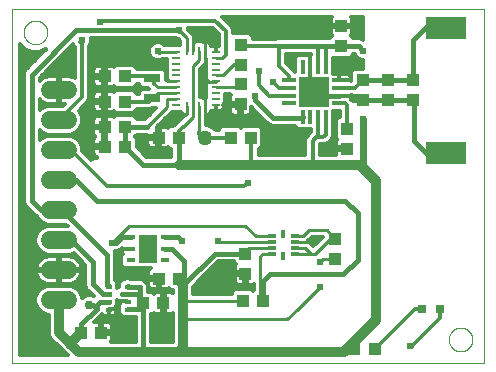
<source format=gtl>
G75*
%MOIN*%
%OFA0B0*%
%FSLAX25Y25*%
%IPPOS*%
%LPD*%
%AMOC8*
5,1,8,0,0,1.08239X$1,22.5*
%
%ADD10C,0.00000*%
%ADD11R,0.02800X0.01600*%
%ADD12R,0.05900X0.09400*%
%ADD13R,0.04331X0.03937*%
%ADD14R,0.03937X0.04331*%
%ADD15R,0.04724X0.01378*%
%ADD16R,0.09843X0.09843*%
%ADD17R,0.01378X0.04724*%
%ADD18R,0.13780X0.07480*%
%ADD19R,0.02657X0.00984*%
%ADD20R,0.00984X0.02657*%
%ADD21R,0.05512X0.02756*%
%ADD22C,0.05000*%
%ADD23C,0.00276*%
%ADD24C,0.03000*%
%ADD25C,0.06000*%
%ADD26R,0.03150X0.03150*%
%ADD27R,0.03150X0.01181*%
%ADD28R,0.01181X0.03150*%
%ADD29C,0.02400*%
%ADD30C,0.01600*%
%ADD31C,0.01200*%
%ADD32C,0.01000*%
%ADD33C,0.00800*%
%ADD34C,0.03200*%
%ADD35C,0.02400*%
D10*
X0001600Y0001600D02*
X0001600Y0119710D01*
X0159080Y0119710D01*
X0159080Y0001600D01*
X0001600Y0001600D01*
X0005537Y0111836D02*
X0005539Y0111961D01*
X0005545Y0112086D01*
X0005555Y0112210D01*
X0005569Y0112334D01*
X0005586Y0112458D01*
X0005608Y0112581D01*
X0005634Y0112703D01*
X0005663Y0112825D01*
X0005696Y0112945D01*
X0005734Y0113064D01*
X0005774Y0113183D01*
X0005819Y0113299D01*
X0005867Y0113414D01*
X0005919Y0113528D01*
X0005975Y0113640D01*
X0006034Y0113750D01*
X0006096Y0113858D01*
X0006162Y0113965D01*
X0006231Y0114069D01*
X0006304Y0114170D01*
X0006379Y0114270D01*
X0006458Y0114367D01*
X0006540Y0114461D01*
X0006625Y0114553D01*
X0006712Y0114642D01*
X0006803Y0114728D01*
X0006896Y0114811D01*
X0006992Y0114892D01*
X0007090Y0114969D01*
X0007190Y0115043D01*
X0007293Y0115114D01*
X0007398Y0115181D01*
X0007506Y0115246D01*
X0007615Y0115306D01*
X0007726Y0115364D01*
X0007839Y0115417D01*
X0007953Y0115467D01*
X0008069Y0115514D01*
X0008186Y0115556D01*
X0008305Y0115595D01*
X0008425Y0115631D01*
X0008546Y0115662D01*
X0008668Y0115690D01*
X0008790Y0115713D01*
X0008914Y0115733D01*
X0009038Y0115749D01*
X0009162Y0115761D01*
X0009287Y0115769D01*
X0009412Y0115773D01*
X0009536Y0115773D01*
X0009661Y0115769D01*
X0009786Y0115761D01*
X0009910Y0115749D01*
X0010034Y0115733D01*
X0010158Y0115713D01*
X0010280Y0115690D01*
X0010402Y0115662D01*
X0010523Y0115631D01*
X0010643Y0115595D01*
X0010762Y0115556D01*
X0010879Y0115514D01*
X0010995Y0115467D01*
X0011109Y0115417D01*
X0011222Y0115364D01*
X0011333Y0115306D01*
X0011443Y0115246D01*
X0011550Y0115181D01*
X0011655Y0115114D01*
X0011758Y0115043D01*
X0011858Y0114969D01*
X0011956Y0114892D01*
X0012052Y0114811D01*
X0012145Y0114728D01*
X0012236Y0114642D01*
X0012323Y0114553D01*
X0012408Y0114461D01*
X0012490Y0114367D01*
X0012569Y0114270D01*
X0012644Y0114170D01*
X0012717Y0114069D01*
X0012786Y0113965D01*
X0012852Y0113858D01*
X0012914Y0113750D01*
X0012973Y0113640D01*
X0013029Y0113528D01*
X0013081Y0113414D01*
X0013129Y0113299D01*
X0013174Y0113183D01*
X0013214Y0113064D01*
X0013252Y0112945D01*
X0013285Y0112825D01*
X0013314Y0112703D01*
X0013340Y0112581D01*
X0013362Y0112458D01*
X0013379Y0112334D01*
X0013393Y0112210D01*
X0013403Y0112086D01*
X0013409Y0111961D01*
X0013411Y0111836D01*
X0013409Y0111711D01*
X0013403Y0111586D01*
X0013393Y0111462D01*
X0013379Y0111338D01*
X0013362Y0111214D01*
X0013340Y0111091D01*
X0013314Y0110969D01*
X0013285Y0110847D01*
X0013252Y0110727D01*
X0013214Y0110608D01*
X0013174Y0110489D01*
X0013129Y0110373D01*
X0013081Y0110258D01*
X0013029Y0110144D01*
X0012973Y0110032D01*
X0012914Y0109922D01*
X0012852Y0109814D01*
X0012786Y0109707D01*
X0012717Y0109603D01*
X0012644Y0109502D01*
X0012569Y0109402D01*
X0012490Y0109305D01*
X0012408Y0109211D01*
X0012323Y0109119D01*
X0012236Y0109030D01*
X0012145Y0108944D01*
X0012052Y0108861D01*
X0011956Y0108780D01*
X0011858Y0108703D01*
X0011758Y0108629D01*
X0011655Y0108558D01*
X0011550Y0108491D01*
X0011442Y0108426D01*
X0011333Y0108366D01*
X0011222Y0108308D01*
X0011109Y0108255D01*
X0010995Y0108205D01*
X0010879Y0108158D01*
X0010762Y0108116D01*
X0010643Y0108077D01*
X0010523Y0108041D01*
X0010402Y0108010D01*
X0010280Y0107982D01*
X0010158Y0107959D01*
X0010034Y0107939D01*
X0009910Y0107923D01*
X0009786Y0107911D01*
X0009661Y0107903D01*
X0009536Y0107899D01*
X0009412Y0107899D01*
X0009287Y0107903D01*
X0009162Y0107911D01*
X0009038Y0107923D01*
X0008914Y0107939D01*
X0008790Y0107959D01*
X0008668Y0107982D01*
X0008546Y0108010D01*
X0008425Y0108041D01*
X0008305Y0108077D01*
X0008186Y0108116D01*
X0008069Y0108158D01*
X0007953Y0108205D01*
X0007839Y0108255D01*
X0007726Y0108308D01*
X0007615Y0108366D01*
X0007505Y0108426D01*
X0007398Y0108491D01*
X0007293Y0108558D01*
X0007190Y0108629D01*
X0007090Y0108703D01*
X0006992Y0108780D01*
X0006896Y0108861D01*
X0006803Y0108944D01*
X0006712Y0109030D01*
X0006625Y0109119D01*
X0006540Y0109211D01*
X0006458Y0109305D01*
X0006379Y0109402D01*
X0006304Y0109502D01*
X0006231Y0109603D01*
X0006162Y0109707D01*
X0006096Y0109814D01*
X0006034Y0109922D01*
X0005975Y0110032D01*
X0005919Y0110144D01*
X0005867Y0110258D01*
X0005819Y0110373D01*
X0005774Y0110489D01*
X0005734Y0110608D01*
X0005696Y0110727D01*
X0005663Y0110847D01*
X0005634Y0110969D01*
X0005608Y0111091D01*
X0005586Y0111214D01*
X0005569Y0111338D01*
X0005555Y0111462D01*
X0005545Y0111586D01*
X0005539Y0111711D01*
X0005537Y0111836D01*
X0147269Y0009474D02*
X0147271Y0009599D01*
X0147277Y0009724D01*
X0147287Y0009848D01*
X0147301Y0009972D01*
X0147318Y0010096D01*
X0147340Y0010219D01*
X0147366Y0010341D01*
X0147395Y0010463D01*
X0147428Y0010583D01*
X0147466Y0010702D01*
X0147506Y0010821D01*
X0147551Y0010937D01*
X0147599Y0011052D01*
X0147651Y0011166D01*
X0147707Y0011278D01*
X0147766Y0011388D01*
X0147828Y0011496D01*
X0147894Y0011603D01*
X0147963Y0011707D01*
X0148036Y0011808D01*
X0148111Y0011908D01*
X0148190Y0012005D01*
X0148272Y0012099D01*
X0148357Y0012191D01*
X0148444Y0012280D01*
X0148535Y0012366D01*
X0148628Y0012449D01*
X0148724Y0012530D01*
X0148822Y0012607D01*
X0148922Y0012681D01*
X0149025Y0012752D01*
X0149130Y0012819D01*
X0149238Y0012884D01*
X0149347Y0012944D01*
X0149458Y0013002D01*
X0149571Y0013055D01*
X0149685Y0013105D01*
X0149801Y0013152D01*
X0149918Y0013194D01*
X0150037Y0013233D01*
X0150157Y0013269D01*
X0150278Y0013300D01*
X0150400Y0013328D01*
X0150522Y0013351D01*
X0150646Y0013371D01*
X0150770Y0013387D01*
X0150894Y0013399D01*
X0151019Y0013407D01*
X0151144Y0013411D01*
X0151268Y0013411D01*
X0151393Y0013407D01*
X0151518Y0013399D01*
X0151642Y0013387D01*
X0151766Y0013371D01*
X0151890Y0013351D01*
X0152012Y0013328D01*
X0152134Y0013300D01*
X0152255Y0013269D01*
X0152375Y0013233D01*
X0152494Y0013194D01*
X0152611Y0013152D01*
X0152727Y0013105D01*
X0152841Y0013055D01*
X0152954Y0013002D01*
X0153065Y0012944D01*
X0153175Y0012884D01*
X0153282Y0012819D01*
X0153387Y0012752D01*
X0153490Y0012681D01*
X0153590Y0012607D01*
X0153688Y0012530D01*
X0153784Y0012449D01*
X0153877Y0012366D01*
X0153968Y0012280D01*
X0154055Y0012191D01*
X0154140Y0012099D01*
X0154222Y0012005D01*
X0154301Y0011908D01*
X0154376Y0011808D01*
X0154449Y0011707D01*
X0154518Y0011603D01*
X0154584Y0011496D01*
X0154646Y0011388D01*
X0154705Y0011278D01*
X0154761Y0011166D01*
X0154813Y0011052D01*
X0154861Y0010937D01*
X0154906Y0010821D01*
X0154946Y0010702D01*
X0154984Y0010583D01*
X0155017Y0010463D01*
X0155046Y0010341D01*
X0155072Y0010219D01*
X0155094Y0010096D01*
X0155111Y0009972D01*
X0155125Y0009848D01*
X0155135Y0009724D01*
X0155141Y0009599D01*
X0155143Y0009474D01*
X0155141Y0009349D01*
X0155135Y0009224D01*
X0155125Y0009100D01*
X0155111Y0008976D01*
X0155094Y0008852D01*
X0155072Y0008729D01*
X0155046Y0008607D01*
X0155017Y0008485D01*
X0154984Y0008365D01*
X0154946Y0008246D01*
X0154906Y0008127D01*
X0154861Y0008011D01*
X0154813Y0007896D01*
X0154761Y0007782D01*
X0154705Y0007670D01*
X0154646Y0007560D01*
X0154584Y0007452D01*
X0154518Y0007345D01*
X0154449Y0007241D01*
X0154376Y0007140D01*
X0154301Y0007040D01*
X0154222Y0006943D01*
X0154140Y0006849D01*
X0154055Y0006757D01*
X0153968Y0006668D01*
X0153877Y0006582D01*
X0153784Y0006499D01*
X0153688Y0006418D01*
X0153590Y0006341D01*
X0153490Y0006267D01*
X0153387Y0006196D01*
X0153282Y0006129D01*
X0153174Y0006064D01*
X0153065Y0006004D01*
X0152954Y0005946D01*
X0152841Y0005893D01*
X0152727Y0005843D01*
X0152611Y0005796D01*
X0152494Y0005754D01*
X0152375Y0005715D01*
X0152255Y0005679D01*
X0152134Y0005648D01*
X0152012Y0005620D01*
X0151890Y0005597D01*
X0151766Y0005577D01*
X0151642Y0005561D01*
X0151518Y0005549D01*
X0151393Y0005541D01*
X0151268Y0005537D01*
X0151144Y0005537D01*
X0151019Y0005541D01*
X0150894Y0005549D01*
X0150770Y0005561D01*
X0150646Y0005577D01*
X0150522Y0005597D01*
X0150400Y0005620D01*
X0150278Y0005648D01*
X0150157Y0005679D01*
X0150037Y0005715D01*
X0149918Y0005754D01*
X0149801Y0005796D01*
X0149685Y0005843D01*
X0149571Y0005893D01*
X0149458Y0005946D01*
X0149347Y0006004D01*
X0149237Y0006064D01*
X0149130Y0006129D01*
X0149025Y0006196D01*
X0148922Y0006267D01*
X0148822Y0006341D01*
X0148724Y0006418D01*
X0148628Y0006499D01*
X0148535Y0006582D01*
X0148444Y0006668D01*
X0148357Y0006757D01*
X0148272Y0006849D01*
X0148190Y0006943D01*
X0148111Y0007040D01*
X0148036Y0007140D01*
X0147963Y0007241D01*
X0147894Y0007345D01*
X0147828Y0007452D01*
X0147766Y0007560D01*
X0147707Y0007670D01*
X0147651Y0007782D01*
X0147599Y0007896D01*
X0147551Y0008011D01*
X0147506Y0008127D01*
X0147466Y0008246D01*
X0147428Y0008365D01*
X0147395Y0008485D01*
X0147366Y0008607D01*
X0147340Y0008729D01*
X0147318Y0008852D01*
X0147301Y0008976D01*
X0147287Y0009100D01*
X0147277Y0009224D01*
X0147271Y0009349D01*
X0147269Y0009474D01*
D11*
X0052674Y0035889D03*
X0052674Y0039789D03*
X0052674Y0043689D03*
X0041274Y0043689D03*
X0041274Y0039789D03*
X0041274Y0035889D03*
D12*
X0046974Y0039789D03*
D13*
X0050728Y0029789D03*
X0057420Y0029789D03*
X0052120Y0021589D03*
X0045428Y0021589D03*
X0031320Y0011789D03*
X0024628Y0011789D03*
X0032528Y0073789D03*
X0039220Y0073789D03*
X0039220Y0080389D03*
X0032528Y0080389D03*
X0032528Y0088789D03*
X0039220Y0088789D03*
X0039220Y0097189D03*
X0032528Y0097189D03*
X0050528Y0076789D03*
X0057220Y0076789D03*
X0077874Y0101043D03*
X0077874Y0107735D03*
X0118674Y0095924D03*
X0118674Y0089231D03*
X0109474Y0043135D03*
X0109474Y0036443D03*
D14*
X0085320Y0022289D03*
X0078628Y0022289D03*
X0079474Y0031443D03*
X0079474Y0038135D03*
X0115813Y0006305D03*
X0122506Y0006305D03*
X0113348Y0073106D03*
X0113348Y0079798D03*
X0127074Y0089231D03*
X0135474Y0089231D03*
X0135474Y0095924D03*
X0127074Y0095924D03*
X0111474Y0107231D03*
X0111474Y0113924D03*
X0077874Y0094535D03*
X0077874Y0087843D03*
X0074528Y0076789D03*
X0081220Y0076789D03*
D15*
X0094101Y0088172D03*
X0094101Y0090731D03*
X0094101Y0093291D03*
X0094101Y0095850D03*
X0110636Y0095850D03*
X0110636Y0093291D03*
X0110636Y0090731D03*
X0110636Y0088172D03*
D16*
X0102369Y0092011D03*
D17*
X0103648Y0083743D03*
X0101089Y0083743D03*
X0098530Y0083743D03*
X0106207Y0083743D03*
X0106207Y0100279D03*
X0103648Y0100279D03*
X0101089Y0100279D03*
X0098530Y0100279D03*
D18*
X0146471Y0113444D03*
X0146471Y0071712D03*
D19*
X0069538Y0087639D03*
X0069538Y0089608D03*
X0069538Y0091576D03*
X0069538Y0093545D03*
X0069538Y0095513D03*
X0069538Y0097482D03*
X0069538Y0099450D03*
X0069538Y0101419D03*
X0069538Y0103387D03*
X0069538Y0105356D03*
X0056437Y0105356D03*
X0056437Y0103387D03*
X0056437Y0101419D03*
X0056437Y0099450D03*
X0056437Y0097482D03*
X0056437Y0095513D03*
X0056437Y0093545D03*
X0056437Y0091576D03*
X0056437Y0089608D03*
X0056437Y0087639D03*
D20*
X0060030Y0087196D03*
X0061998Y0087196D03*
X0063967Y0087196D03*
X0065935Y0087196D03*
X0065935Y0105799D03*
X0063967Y0105799D03*
X0061998Y0105799D03*
X0060030Y0105799D03*
D21*
X0048417Y0096518D03*
X0048417Y0089825D03*
D22*
X0065874Y0076789D03*
D23*
X0041070Y0027779D02*
X0039378Y0027779D01*
X0041070Y0027779D02*
X0041070Y0026677D01*
X0039378Y0026677D01*
X0039378Y0027779D01*
X0039378Y0026952D02*
X0041070Y0026952D01*
X0041070Y0027227D02*
X0039378Y0027227D01*
X0039378Y0027502D02*
X0041070Y0027502D01*
X0041070Y0027777D02*
X0039378Y0027777D01*
X0039378Y0025220D02*
X0041070Y0025220D01*
X0041070Y0024118D01*
X0039378Y0024118D01*
X0039378Y0025220D01*
X0039378Y0024393D02*
X0041070Y0024393D01*
X0041070Y0024668D02*
X0039378Y0024668D01*
X0039378Y0024943D02*
X0041070Y0024943D01*
X0041070Y0025218D02*
X0039378Y0025218D01*
X0039378Y0022660D02*
X0041070Y0022660D01*
X0041070Y0021558D01*
X0039378Y0021558D01*
X0039378Y0022660D01*
X0039378Y0021833D02*
X0041070Y0021833D01*
X0041070Y0022108D02*
X0039378Y0022108D01*
X0039378Y0022383D02*
X0041070Y0022383D01*
X0041070Y0022658D02*
X0039378Y0022658D01*
X0039378Y0020101D02*
X0041070Y0020101D01*
X0041070Y0018999D01*
X0039378Y0018999D01*
X0039378Y0020101D01*
X0039378Y0019274D02*
X0041070Y0019274D01*
X0041070Y0019549D02*
X0039378Y0019549D01*
X0039378Y0019824D02*
X0041070Y0019824D01*
X0041070Y0020099D02*
X0039378Y0020099D01*
X0034770Y0020101D02*
X0033078Y0020101D01*
X0034770Y0020101D02*
X0034770Y0018999D01*
X0033078Y0018999D01*
X0033078Y0020101D01*
X0033078Y0019274D02*
X0034770Y0019274D01*
X0034770Y0019549D02*
X0033078Y0019549D01*
X0033078Y0019824D02*
X0034770Y0019824D01*
X0034770Y0020099D02*
X0033078Y0020099D01*
X0033078Y0022660D02*
X0034770Y0022660D01*
X0034770Y0021558D01*
X0033078Y0021558D01*
X0033078Y0022660D01*
X0033078Y0021833D02*
X0034770Y0021833D01*
X0034770Y0022108D02*
X0033078Y0022108D01*
X0033078Y0022383D02*
X0034770Y0022383D01*
X0034770Y0022658D02*
X0033078Y0022658D01*
X0033078Y0025220D02*
X0034770Y0025220D01*
X0034770Y0024118D01*
X0033078Y0024118D01*
X0033078Y0025220D01*
X0033078Y0024393D02*
X0034770Y0024393D01*
X0034770Y0024668D02*
X0033078Y0024668D01*
X0033078Y0024943D02*
X0034770Y0024943D01*
X0034770Y0025218D02*
X0033078Y0025218D01*
X0033078Y0027779D02*
X0034770Y0027779D01*
X0034770Y0026677D01*
X0033078Y0026677D01*
X0033078Y0027779D01*
X0033078Y0026952D02*
X0034770Y0026952D01*
X0034770Y0027227D02*
X0033078Y0027227D01*
X0033078Y0027502D02*
X0034770Y0027502D01*
X0034770Y0027777D02*
X0033078Y0027777D01*
D24*
X0027474Y0020989D03*
D25*
X0020274Y0022589D02*
X0014274Y0022589D01*
X0014274Y0032589D02*
X0020274Y0032589D01*
X0020274Y0042589D02*
X0014274Y0042589D01*
X0014274Y0052589D02*
X0020274Y0052589D01*
X0020274Y0062589D02*
X0014274Y0062589D01*
X0014274Y0072589D02*
X0020274Y0072589D01*
X0020274Y0082589D02*
X0014274Y0082589D01*
X0014274Y0092589D02*
X0020274Y0092589D01*
D26*
X0138421Y0019789D03*
X0144327Y0019789D03*
D27*
X0095891Y0038017D03*
X0095891Y0039986D03*
X0095891Y0041954D03*
X0095891Y0043923D03*
X0088411Y0043923D03*
X0088411Y0041954D03*
X0088411Y0039986D03*
X0088411Y0038017D03*
D28*
X0092151Y0037230D03*
X0092151Y0044710D03*
D29*
X0101974Y0042289D03*
X0104274Y0035389D03*
X0104274Y0026989D03*
X0073074Y0025789D03*
X0065874Y0025789D03*
X0073074Y0031789D03*
X0070174Y0042289D03*
X0058474Y0042289D03*
X0044674Y0030889D03*
X0037474Y0030889D03*
X0035024Y0041739D03*
X0041474Y0015889D03*
X0036674Y0011089D03*
X0053474Y0015889D03*
X0007874Y0013489D03*
X0007874Y0007489D03*
X0080274Y0061789D03*
X0089474Y0074789D03*
X0096974Y0074789D03*
X0106974Y0072989D03*
X0118674Y0082978D03*
X0112174Y0101478D03*
X0118674Y0105778D03*
X0116974Y0114789D03*
X0099474Y0114789D03*
X0089474Y0114789D03*
X0079474Y0114789D03*
X0068674Y0109389D03*
X0057474Y0112489D03*
X0050274Y0105589D03*
X0039974Y0106689D03*
X0031574Y0106689D03*
X0025074Y0109189D03*
X0020374Y0104889D03*
X0006674Y0102289D03*
X0028074Y0092889D03*
X0028074Y0084589D03*
X0028174Y0076689D03*
X0045474Y0076689D03*
X0043674Y0093589D03*
X0065274Y0095389D03*
X0082674Y0090589D03*
X0088674Y0095389D03*
X0083874Y0098989D03*
X0094374Y0103278D03*
X0031074Y0115189D03*
X0134374Y0007289D03*
D30*
X0134827Y0007289D01*
X0115813Y0006305D02*
X0114897Y0005389D01*
X0111974Y0005389D01*
X0085320Y0022289D02*
X0085320Y0028982D01*
X0087528Y0031189D01*
X0112074Y0031189D01*
X0116874Y0035989D01*
X0116874Y0051589D01*
X0112674Y0055789D01*
X0099474Y0055789D01*
X0074274Y0055789D01*
X0070074Y0055789D01*
X0069474Y0055789D01*
X0040474Y0055789D01*
X0029874Y0055789D01*
X0022882Y0062781D01*
X0017466Y0062781D01*
X0017439Y0062779D01*
X0017412Y0062773D01*
X0017386Y0062764D01*
X0017362Y0062751D01*
X0017340Y0062734D01*
X0017321Y0062715D01*
X0017304Y0062693D01*
X0017291Y0062669D01*
X0017282Y0062643D01*
X0017276Y0062616D01*
X0017274Y0062589D01*
X0008274Y0055789D02*
X0008274Y0097789D01*
X0022974Y0112489D01*
X0057474Y0112489D01*
X0057174Y0112189D01*
X0050507Y0105356D02*
X0050274Y0105589D01*
X0082674Y0090589D02*
X0082674Y0089389D01*
X0088674Y0083389D01*
X0098176Y0083389D01*
X0098530Y0083743D01*
X0104274Y0090589D02*
X0102852Y0092011D01*
X0102369Y0092011D01*
X0104274Y0090589D02*
X0110494Y0090589D01*
X0110636Y0090731D01*
X0118674Y0089231D02*
X0127074Y0089231D01*
X0135474Y0089231D01*
X0135574Y0089131D01*
X0135574Y0075678D01*
X0139540Y0071712D01*
X0146471Y0071712D01*
X0135474Y0089231D02*
X0127074Y0089231D01*
X0127074Y0095924D02*
X0118674Y0095924D01*
X0127074Y0095924D02*
X0135474Y0095924D01*
X0135474Y0109378D01*
X0141474Y0115378D01*
X0144537Y0115378D01*
X0146471Y0113444D01*
X0135474Y0095924D02*
X0127074Y0095924D01*
X0118674Y0105778D02*
X0117220Y0107231D01*
X0111474Y0107231D01*
X0111317Y0107389D01*
X0106674Y0107389D01*
X0103648Y0107389D01*
X0090574Y0107389D01*
X0057220Y0076789D02*
X0057220Y0067743D01*
X0057474Y0067489D01*
X0057474Y0067789D01*
X0045474Y0067789D01*
X0043074Y0069935D01*
X0039220Y0073789D01*
X0039220Y0080389D01*
X0046674Y0080389D01*
X0039220Y0073789D02*
X0038874Y0073443D01*
X0021282Y0072781D02*
X0021090Y0072589D01*
X0017274Y0072589D01*
X0008274Y0055789D02*
X0011282Y0052781D01*
X0017082Y0052781D01*
X0017109Y0052779D01*
X0017136Y0052773D01*
X0017162Y0052764D01*
X0017186Y0052751D01*
X0017208Y0052734D01*
X0017227Y0052715D01*
X0017244Y0052693D01*
X0017257Y0052669D01*
X0017266Y0052643D01*
X0017272Y0052616D01*
X0017274Y0052589D01*
X0018482Y0052781D02*
X0033474Y0037789D01*
X0033474Y0030889D01*
X0033474Y0027678D01*
X0033924Y0027228D01*
X0033924Y0024669D02*
X0031898Y0024669D01*
X0028674Y0027892D01*
X0028674Y0035389D01*
X0021282Y0042781D01*
X0035024Y0041739D02*
X0036424Y0041739D01*
X0038374Y0043689D01*
X0041274Y0043689D01*
X0052674Y0043689D02*
X0057074Y0043689D01*
X0058474Y0042289D01*
X0054871Y0039789D02*
X0052674Y0039789D01*
X0054871Y0039789D02*
X0059113Y0035547D01*
X0059113Y0027874D01*
X0069374Y0038135D01*
X0079474Y0038135D01*
X0059113Y0027874D02*
X0058628Y0027389D01*
X0044274Y0026989D02*
X0044274Y0024589D01*
X0044194Y0024669D01*
X0040224Y0024669D01*
X0038354Y0024669D01*
X0040462Y0026989D02*
X0044274Y0026989D01*
X0044274Y0024589D02*
X0044274Y0022743D01*
X0045428Y0021589D01*
X0045428Y0019550D01*
X0040224Y0019550D01*
X0045428Y0021589D02*
X0045474Y0021543D01*
X0045474Y0016189D01*
X0045474Y0013789D01*
X0045474Y0005389D01*
X0029874Y0019789D02*
X0024628Y0014543D01*
X0024628Y0011789D01*
X0029874Y0019789D02*
X0028674Y0020989D01*
X0027474Y0020989D01*
X0029874Y0020989D02*
X0029874Y0019789D01*
X0029874Y0020989D02*
X0030994Y0022109D01*
X0033924Y0022109D01*
X0040224Y0027228D02*
X0040462Y0026989D01*
D31*
X0041009Y0029717D02*
X0040741Y0029828D01*
X0039706Y0029828D01*
X0039438Y0029717D01*
X0038574Y0029717D01*
X0037439Y0028581D01*
X0037439Y0027104D01*
X0036881Y0026873D01*
X0036709Y0026701D01*
X0036709Y0028581D01*
X0036074Y0029216D01*
X0036074Y0038306D01*
X0035855Y0038836D01*
X0036586Y0039139D01*
X0036941Y0039139D01*
X0037897Y0039535D01*
X0038274Y0039912D01*
X0038274Y0039789D01*
X0041274Y0039789D01*
X0041274Y0039789D01*
X0038274Y0039789D01*
X0038274Y0038778D01*
X0038383Y0038371D01*
X0038594Y0038007D01*
X0038620Y0037980D01*
X0038074Y0037435D01*
X0038074Y0034343D01*
X0039128Y0033289D01*
X0048096Y0033289D01*
X0047945Y0033248D01*
X0047580Y0033038D01*
X0047282Y0032740D01*
X0047071Y0032375D01*
X0046962Y0031968D01*
X0046962Y0030173D01*
X0050343Y0030173D01*
X0050343Y0029405D01*
X0046962Y0029405D01*
X0046962Y0027610D01*
X0047071Y0027203D01*
X0047282Y0026838D01*
X0047580Y0026540D01*
X0047945Y0026330D01*
X0048352Y0026220D01*
X0050343Y0026220D01*
X0050343Y0029405D01*
X0051112Y0029405D01*
X0051112Y0026220D01*
X0053104Y0026220D01*
X0053510Y0026330D01*
X0053875Y0026540D01*
X0053933Y0026597D01*
X0054510Y0026020D01*
X0055228Y0026020D01*
X0055228Y0024861D01*
X0054903Y0025048D01*
X0054496Y0025157D01*
X0052505Y0025157D01*
X0052505Y0021973D01*
X0051736Y0021973D01*
X0051736Y0025157D01*
X0049744Y0025157D01*
X0049338Y0025048D01*
X0048973Y0024838D01*
X0048915Y0024781D01*
X0048338Y0025357D01*
X0046874Y0025357D01*
X0046874Y0027506D01*
X0046478Y0028462D01*
X0045747Y0029193D01*
X0044791Y0029589D01*
X0042000Y0029589D01*
X0041873Y0029717D01*
X0041009Y0029717D01*
X0038198Y0029340D02*
X0036074Y0029340D01*
X0036074Y0030538D02*
X0046962Y0030538D01*
X0046962Y0029340D02*
X0045393Y0029340D01*
X0046611Y0028141D02*
X0046962Y0028141D01*
X0046874Y0026943D02*
X0047221Y0026943D01*
X0046874Y0025744D02*
X0055228Y0025744D01*
X0052505Y0024546D02*
X0051736Y0024546D01*
X0051736Y0023347D02*
X0052505Y0023347D01*
X0052505Y0022149D02*
X0051736Y0022149D01*
X0051736Y0021205D02*
X0052505Y0021205D01*
X0052505Y0018020D01*
X0054496Y0018020D01*
X0054903Y0018130D01*
X0055228Y0018317D01*
X0055228Y0008789D01*
X0048074Y0008789D01*
X0048074Y0017820D01*
X0048338Y0017820D01*
X0048915Y0018397D01*
X0048973Y0018340D01*
X0049338Y0018130D01*
X0049744Y0018020D01*
X0051736Y0018020D01*
X0051736Y0021205D01*
X0051736Y0020950D02*
X0052505Y0020950D01*
X0052505Y0019752D02*
X0051736Y0019752D01*
X0051736Y0018553D02*
X0052505Y0018553D01*
X0055228Y0017355D02*
X0048074Y0017355D01*
X0048074Y0016156D02*
X0055228Y0016156D01*
X0055228Y0014958D02*
X0048074Y0014958D01*
X0048074Y0013759D02*
X0055228Y0013759D01*
X0055228Y0012561D02*
X0048074Y0012561D01*
X0048074Y0011362D02*
X0055228Y0011362D01*
X0055228Y0010164D02*
X0048074Y0010164D01*
X0048074Y0008965D02*
X0055228Y0008965D01*
X0042874Y0008965D02*
X0034840Y0008965D01*
X0034766Y0008838D02*
X0034977Y0009203D01*
X0035086Y0009610D01*
X0035086Y0011405D01*
X0031705Y0011405D01*
X0031705Y0012173D01*
X0035086Y0012173D01*
X0035086Y0013968D01*
X0034977Y0014375D01*
X0034766Y0014740D01*
X0034468Y0015038D01*
X0034103Y0015248D01*
X0033696Y0015357D01*
X0031705Y0015357D01*
X0031705Y0012173D01*
X0030936Y0012173D01*
X0030936Y0015357D01*
X0029119Y0015357D01*
X0031691Y0017929D01*
X0032011Y0017609D01*
X0032407Y0017380D01*
X0032849Y0017261D01*
X0033924Y0017261D01*
X0033924Y0019509D01*
X0033924Y0019509D01*
X0033924Y0017261D01*
X0035000Y0017261D01*
X0035442Y0017380D01*
X0035838Y0017609D01*
X0036161Y0017932D01*
X0036390Y0018328D01*
X0036509Y0018770D01*
X0036509Y0019550D01*
X0034540Y0019550D01*
X0034541Y0019550D01*
X0036509Y0019550D01*
X0036509Y0020330D01*
X0036461Y0020508D01*
X0036709Y0020756D01*
X0036709Y0022636D01*
X0036881Y0022464D01*
X0037639Y0022150D01*
X0037639Y0022109D01*
X0037639Y0021329D01*
X0037687Y0021152D01*
X0037439Y0020904D01*
X0037439Y0018197D01*
X0038574Y0017061D01*
X0039438Y0017061D01*
X0039706Y0016950D01*
X0042874Y0016950D01*
X0042874Y0008789D01*
X0034717Y0008789D01*
X0034766Y0008838D01*
X0035086Y0010164D02*
X0042874Y0010164D01*
X0042874Y0011362D02*
X0035086Y0011362D01*
X0035086Y0012561D02*
X0042874Y0012561D01*
X0042874Y0013759D02*
X0035086Y0013759D01*
X0034548Y0014958D02*
X0042874Y0014958D01*
X0042874Y0016156D02*
X0029918Y0016156D01*
X0030936Y0014958D02*
X0031705Y0014958D01*
X0031705Y0013759D02*
X0030936Y0013759D01*
X0030936Y0012561D02*
X0031705Y0012561D01*
X0031117Y0017355D02*
X0032501Y0017355D01*
X0033924Y0017355D02*
X0033924Y0017355D01*
X0033924Y0018553D02*
X0033924Y0018553D01*
X0035348Y0017355D02*
X0038281Y0017355D01*
X0037439Y0018553D02*
X0036450Y0018553D01*
X0036509Y0019752D02*
X0037439Y0019752D01*
X0037485Y0020950D02*
X0036709Y0020950D01*
X0036709Y0022149D02*
X0037639Y0022149D01*
X0037639Y0022109D02*
X0037737Y0022109D01*
X0037738Y0022109D01*
X0037639Y0022109D01*
X0037074Y0022189D02*
X0040144Y0022189D01*
X0040224Y0022109D01*
X0037050Y0026943D02*
X0036709Y0026943D01*
X0036709Y0028141D02*
X0037439Y0028141D01*
X0036074Y0031737D02*
X0046962Y0031737D01*
X0047477Y0032935D02*
X0036074Y0032935D01*
X0036074Y0034134D02*
X0038284Y0034134D01*
X0038074Y0035332D02*
X0036074Y0035332D01*
X0036074Y0036531D02*
X0038074Y0036531D01*
X0038369Y0037729D02*
X0036074Y0037729D01*
X0036077Y0038928D02*
X0038274Y0038928D01*
X0026074Y0034312D02*
X0026074Y0027375D01*
X0026470Y0026419D01*
X0028932Y0023957D01*
X0028130Y0024289D01*
X0026818Y0024289D01*
X0025605Y0023787D01*
X0025074Y0023256D01*
X0025074Y0023544D01*
X0024343Y0025308D01*
X0022993Y0026658D01*
X0021229Y0027389D01*
X0013319Y0027389D01*
X0011555Y0026658D01*
X0010205Y0025308D01*
X0009474Y0023544D01*
X0009474Y0021634D01*
X0010205Y0019870D01*
X0011555Y0018520D01*
X0013319Y0017789D01*
X0013948Y0017789D01*
X0013948Y0011239D01*
X0014466Y0009989D01*
X0015422Y0009033D01*
X0019548Y0004907D01*
X0020255Y0004200D01*
X0004200Y0004200D01*
X0004200Y0107866D01*
X0005771Y0106294D01*
X0008174Y0105299D01*
X0010774Y0105299D01*
X0013050Y0106242D01*
X0006070Y0099262D01*
X0005674Y0098306D01*
X0005674Y0097272D01*
X0005674Y0056306D01*
X0005674Y0055272D01*
X0006070Y0054316D01*
X0009078Y0051308D01*
X0009809Y0050577D01*
X0009933Y0050526D01*
X0010205Y0049870D01*
X0011555Y0048520D01*
X0013319Y0047789D01*
X0019797Y0047789D01*
X0020197Y0047389D01*
X0013319Y0047389D01*
X0011555Y0046658D01*
X0010205Y0045308D01*
X0009474Y0043544D01*
X0009474Y0041634D01*
X0010205Y0039870D01*
X0011555Y0038520D01*
X0013319Y0037789D01*
X0021229Y0037789D01*
X0022196Y0038190D01*
X0026074Y0034312D01*
X0026074Y0034134D02*
X0024609Y0034134D01*
X0024537Y0034355D02*
X0024208Y0035000D01*
X0023783Y0035586D01*
X0023271Y0036098D01*
X0022685Y0036523D01*
X0022040Y0036852D01*
X0021351Y0037076D01*
X0020636Y0037189D01*
X0017674Y0037189D01*
X0017674Y0032989D01*
X0016874Y0032989D01*
X0016874Y0037189D01*
X0013912Y0037189D01*
X0013197Y0037076D01*
X0012508Y0036852D01*
X0011863Y0036523D01*
X0011277Y0036098D01*
X0010765Y0035586D01*
X0010340Y0035000D01*
X0010011Y0034355D01*
X0009787Y0033666D01*
X0009680Y0032989D01*
X0016874Y0032989D01*
X0016874Y0032189D01*
X0009680Y0032189D01*
X0009787Y0031512D01*
X0010011Y0030823D01*
X0010340Y0030178D01*
X0010765Y0029592D01*
X0011277Y0029080D01*
X0011863Y0028655D01*
X0012508Y0028326D01*
X0013197Y0028102D01*
X0013912Y0027989D01*
X0016874Y0027989D01*
X0016874Y0032189D01*
X0017674Y0032189D01*
X0017674Y0032989D01*
X0024868Y0032989D01*
X0024761Y0033666D01*
X0024537Y0034355D01*
X0025054Y0035332D02*
X0023967Y0035332D01*
X0023855Y0036531D02*
X0022670Y0036531D01*
X0022657Y0037729D02*
X0004200Y0037729D01*
X0004200Y0036531D02*
X0011878Y0036531D01*
X0010581Y0035332D02*
X0004200Y0035332D01*
X0004200Y0034134D02*
X0009939Y0034134D01*
X0009752Y0031737D02*
X0004200Y0031737D01*
X0004200Y0032935D02*
X0016874Y0032935D01*
X0017674Y0032935D02*
X0026074Y0032935D01*
X0026074Y0031737D02*
X0024796Y0031737D01*
X0024761Y0031512D02*
X0024868Y0032189D01*
X0017674Y0032189D01*
X0017674Y0027989D01*
X0020636Y0027989D01*
X0021351Y0028102D01*
X0022040Y0028326D01*
X0022685Y0028655D01*
X0023271Y0029080D01*
X0023783Y0029592D01*
X0024208Y0030178D01*
X0024537Y0030823D01*
X0024761Y0031512D01*
X0024392Y0030538D02*
X0026074Y0030538D01*
X0026074Y0029340D02*
X0023530Y0029340D01*
X0021472Y0028141D02*
X0026074Y0028141D01*
X0026253Y0026943D02*
X0022306Y0026943D01*
X0023907Y0025744D02*
X0027145Y0025744D01*
X0028343Y0024546D02*
X0024659Y0024546D01*
X0025074Y0023347D02*
X0025165Y0023347D01*
X0017674Y0028141D02*
X0016874Y0028141D01*
X0016874Y0029340D02*
X0017674Y0029340D01*
X0017674Y0030538D02*
X0016874Y0030538D01*
X0016874Y0031737D02*
X0017674Y0031737D01*
X0017674Y0034134D02*
X0016874Y0034134D01*
X0016874Y0035332D02*
X0017674Y0035332D01*
X0017674Y0036531D02*
X0016874Y0036531D01*
X0011147Y0038928D02*
X0004200Y0038928D01*
X0004200Y0040126D02*
X0010099Y0040126D01*
X0009602Y0041325D02*
X0004200Y0041325D01*
X0004200Y0042523D02*
X0009474Y0042523D01*
X0009548Y0043722D02*
X0004200Y0043722D01*
X0004200Y0044920D02*
X0010044Y0044920D01*
X0011016Y0046119D02*
X0004200Y0046119D01*
X0004200Y0047318D02*
X0013147Y0047318D01*
X0011564Y0048516D02*
X0004200Y0048516D01*
X0004200Y0049715D02*
X0010360Y0049715D01*
X0009473Y0050913D02*
X0004200Y0050913D01*
X0004200Y0052112D02*
X0008274Y0052112D01*
X0009078Y0051308D02*
X0009078Y0051308D01*
X0007076Y0053310D02*
X0004200Y0053310D01*
X0004200Y0054509D02*
X0005990Y0054509D01*
X0005674Y0055707D02*
X0004200Y0055707D01*
X0004200Y0056906D02*
X0005674Y0056906D01*
X0005674Y0058104D02*
X0004200Y0058104D01*
X0004200Y0059303D02*
X0005674Y0059303D01*
X0005674Y0060501D02*
X0004200Y0060501D01*
X0004200Y0061700D02*
X0005674Y0061700D01*
X0005674Y0062898D02*
X0004200Y0062898D01*
X0004200Y0064097D02*
X0005674Y0064097D01*
X0005674Y0065295D02*
X0004200Y0065295D01*
X0004200Y0066494D02*
X0005674Y0066494D01*
X0005674Y0067692D02*
X0004200Y0067692D01*
X0004200Y0068891D02*
X0005674Y0068891D01*
X0005674Y0070089D02*
X0004200Y0070089D01*
X0004200Y0071288D02*
X0005674Y0071288D01*
X0005674Y0072486D02*
X0004200Y0072486D01*
X0004200Y0073685D02*
X0005674Y0073685D01*
X0005674Y0074883D02*
X0004200Y0074883D01*
X0004200Y0076082D02*
X0005674Y0076082D01*
X0005674Y0077280D02*
X0004200Y0077280D01*
X0004200Y0078479D02*
X0005674Y0078479D01*
X0005674Y0079677D02*
X0004200Y0079677D01*
X0004200Y0080876D02*
X0005674Y0080876D01*
X0005674Y0082074D02*
X0004200Y0082074D01*
X0004200Y0083273D02*
X0005674Y0083273D01*
X0005674Y0084471D02*
X0004200Y0084471D01*
X0004200Y0085670D02*
X0005674Y0085670D01*
X0005674Y0086868D02*
X0004200Y0086868D01*
X0004200Y0088067D02*
X0005674Y0088067D01*
X0005674Y0089265D02*
X0004200Y0089265D01*
X0004200Y0090464D02*
X0005674Y0090464D01*
X0005674Y0091662D02*
X0004200Y0091662D01*
X0004200Y0092861D02*
X0005674Y0092861D01*
X0005674Y0094059D02*
X0004200Y0094059D01*
X0004200Y0095258D02*
X0005674Y0095258D01*
X0005674Y0096456D02*
X0004200Y0096456D01*
X0004200Y0097655D02*
X0005674Y0097655D01*
X0005901Y0098854D02*
X0004200Y0098854D01*
X0004200Y0100052D02*
X0006860Y0100052D01*
X0008059Y0101251D02*
X0004200Y0101251D01*
X0004200Y0102449D02*
X0009257Y0102449D01*
X0010456Y0103648D02*
X0004200Y0103648D01*
X0004200Y0104846D02*
X0011654Y0104846D01*
X0012574Y0106045D02*
X0012853Y0106045D01*
X0016611Y0102449D02*
X0022674Y0102449D01*
X0022674Y0101251D02*
X0015412Y0101251D01*
X0014214Y0100052D02*
X0022674Y0100052D01*
X0022674Y0098854D02*
X0013015Y0098854D01*
X0011817Y0097655D02*
X0022674Y0097655D01*
X0022040Y0096852D02*
X0021351Y0097076D01*
X0020636Y0097189D01*
X0017674Y0097189D01*
X0017674Y0092989D01*
X0016874Y0092989D01*
X0016874Y0097189D01*
X0013912Y0097189D01*
X0013197Y0097076D01*
X0012508Y0096852D01*
X0011863Y0096523D01*
X0011277Y0096098D01*
X0010874Y0095694D01*
X0010874Y0096712D01*
X0022132Y0107970D01*
X0022439Y0107229D01*
X0022674Y0106995D01*
X0022674Y0096529D01*
X0022040Y0096852D01*
X0025074Y0095989D02*
X0025074Y0109189D01*
X0024474Y0108589D01*
X0022434Y0107243D02*
X0021405Y0107243D01*
X0020207Y0106045D02*
X0022674Y0106045D01*
X0022674Y0104846D02*
X0019008Y0104846D01*
X0017810Y0103648D02*
X0022674Y0103648D01*
X0027474Y0103648D02*
X0047973Y0103648D01*
X0047731Y0103890D02*
X0048575Y0103046D01*
X0049677Y0102589D01*
X0050871Y0102589D01*
X0051973Y0103046D01*
X0051984Y0103056D01*
X0053309Y0103056D01*
X0053309Y0096244D01*
X0053509Y0096044D01*
X0053509Y0095845D01*
X0052973Y0095845D01*
X0052973Y0098642D01*
X0051919Y0099696D01*
X0044916Y0099696D01*
X0044809Y0099589D01*
X0043186Y0099589D01*
X0043186Y0099903D01*
X0042131Y0100957D01*
X0036310Y0100957D01*
X0035733Y0100381D01*
X0035675Y0100438D01*
X0035310Y0100648D01*
X0034904Y0100757D01*
X0032912Y0100757D01*
X0032912Y0097573D01*
X0032143Y0097573D01*
X0032143Y0096805D01*
X0028762Y0096805D01*
X0028762Y0095010D01*
X0028871Y0094603D01*
X0029082Y0094238D01*
X0029380Y0093940D01*
X0029745Y0093730D01*
X0030152Y0093620D01*
X0032143Y0093620D01*
X0032143Y0096805D01*
X0032912Y0096805D01*
X0032912Y0093620D01*
X0034904Y0093620D01*
X0035310Y0093730D01*
X0035675Y0093940D01*
X0035733Y0093997D01*
X0036310Y0093420D01*
X0042131Y0093420D01*
X0043186Y0094475D01*
X0043186Y0094789D01*
X0043861Y0094789D01*
X0043861Y0094395D01*
X0044916Y0093340D01*
X0047129Y0093340D01*
X0047466Y0093003D01*
X0044916Y0093003D01*
X0043861Y0091949D01*
X0043861Y0091189D01*
X0043186Y0091189D01*
X0043186Y0091503D01*
X0042131Y0092557D01*
X0036310Y0092557D01*
X0035733Y0091981D01*
X0035675Y0092038D01*
X0035310Y0092248D01*
X0034904Y0092357D01*
X0032912Y0092357D01*
X0032912Y0089173D01*
X0032143Y0089173D01*
X0032143Y0088405D01*
X0028762Y0088405D01*
X0028762Y0086610D01*
X0028871Y0086203D01*
X0029082Y0085838D01*
X0029380Y0085540D01*
X0029745Y0085330D01*
X0030152Y0085220D01*
X0032143Y0085220D01*
X0032143Y0088405D01*
X0032912Y0088405D01*
X0032912Y0085220D01*
X0034904Y0085220D01*
X0035310Y0085330D01*
X0035675Y0085540D01*
X0035733Y0085597D01*
X0036310Y0085020D01*
X0042131Y0085020D01*
X0043186Y0086075D01*
X0043186Y0086389D01*
X0047858Y0086389D01*
X0048482Y0086647D01*
X0049680Y0086647D01*
X0046021Y0082989D01*
X0043186Y0082989D01*
X0043186Y0083103D01*
X0042131Y0084157D01*
X0036310Y0084157D01*
X0035733Y0083581D01*
X0035675Y0083638D01*
X0035310Y0083848D01*
X0034904Y0083957D01*
X0032912Y0083957D01*
X0032912Y0080773D01*
X0032143Y0080773D01*
X0032143Y0080005D01*
X0028762Y0080005D01*
X0028762Y0078210D01*
X0028871Y0077803D01*
X0029082Y0077438D01*
X0029380Y0077140D01*
X0029468Y0077089D01*
X0029380Y0077038D01*
X0029082Y0076740D01*
X0028871Y0076375D01*
X0028762Y0075968D01*
X0028762Y0074173D01*
X0032143Y0074173D01*
X0032143Y0073405D01*
X0028762Y0073405D01*
X0028762Y0071610D01*
X0028871Y0071203D01*
X0029082Y0070838D01*
X0029380Y0070540D01*
X0029745Y0070330D01*
X0029974Y0070268D01*
X0029974Y0070089D01*
X0028921Y0070089D01*
X0028145Y0069312D01*
X0025074Y0072383D01*
X0025074Y0073544D01*
X0024343Y0075308D01*
X0022993Y0076658D01*
X0021229Y0077389D01*
X0013319Y0077389D01*
X0011555Y0076658D01*
X0010874Y0075977D01*
X0010874Y0079201D01*
X0011555Y0078520D01*
X0013319Y0077789D01*
X0021229Y0077789D01*
X0022993Y0078520D01*
X0024343Y0079870D01*
X0025074Y0081634D01*
X0025074Y0083544D01*
X0024343Y0085308D01*
X0023865Y0085786D01*
X0027109Y0089029D01*
X0027474Y0089912D01*
X0027474Y0107346D01*
X0027617Y0107490D01*
X0028074Y0108592D01*
X0028074Y0109786D01*
X0028031Y0109889D01*
X0055912Y0109889D01*
X0056877Y0109489D01*
X0057221Y0109489D01*
X0057730Y0108980D01*
X0057730Y0107648D01*
X0057398Y0107648D01*
X0057390Y0107656D01*
X0052450Y0107656D01*
X0051973Y0108132D01*
X0050871Y0108589D01*
X0049677Y0108589D01*
X0048575Y0108132D01*
X0047731Y0107288D01*
X0047274Y0106186D01*
X0047274Y0104992D01*
X0047731Y0103890D01*
X0047335Y0104846D02*
X0027474Y0104846D01*
X0027474Y0106045D02*
X0047274Y0106045D01*
X0047712Y0107243D02*
X0027474Y0107243D01*
X0028012Y0108442D02*
X0049321Y0108442D01*
X0051227Y0108442D02*
X0057730Y0108442D01*
X0056512Y0109640D02*
X0028074Y0109640D01*
X0031074Y0115189D02*
X0031674Y0115789D01*
X0069474Y0115789D01*
X0073074Y0112189D01*
X0073074Y0104389D01*
X0072072Y0103387D01*
X0069538Y0105687D02*
X0069538Y0105687D01*
X0069538Y0107448D01*
X0070674Y0107448D01*
X0070674Y0111195D01*
X0068480Y0113389D01*
X0060348Y0113389D01*
X0060474Y0113086D01*
X0060474Y0112742D01*
X0062330Y0110886D01*
X0062330Y0108728D01*
X0062529Y0108728D01*
X0062729Y0108928D01*
X0065205Y0108928D01*
X0065405Y0108728D01*
X0065935Y0108728D01*
X0065935Y0108197D01*
X0065935Y0108197D01*
X0065935Y0108728D01*
X0066638Y0108728D01*
X0067045Y0108619D01*
X0067410Y0108408D01*
X0067708Y0108110D01*
X0067919Y0107745D01*
X0067998Y0107448D01*
X0067998Y0107448D01*
X0069538Y0107448D01*
X0069538Y0105687D01*
X0069538Y0106045D02*
X0069538Y0106045D01*
X0069538Y0107243D02*
X0069538Y0107243D01*
X0070674Y0108442D02*
X0067352Y0108442D01*
X0065935Y0108442D02*
X0065935Y0108442D01*
X0062330Y0109640D02*
X0070674Y0109640D01*
X0070674Y0110839D02*
X0062330Y0110839D01*
X0061179Y0112037D02*
X0069832Y0112037D01*
X0068633Y0113236D02*
X0060412Y0113236D01*
X0071547Y0117110D02*
X0108263Y0117110D01*
X0108225Y0117072D01*
X0108015Y0116707D01*
X0107906Y0116300D01*
X0107906Y0114309D01*
X0111090Y0114309D01*
X0111090Y0113540D01*
X0107906Y0113540D01*
X0107906Y0111548D01*
X0108015Y0111141D01*
X0108225Y0110777D01*
X0108282Y0110719D01*
X0107706Y0110142D01*
X0107706Y0109989D01*
X0090057Y0109989D01*
X0089574Y0109789D01*
X0081839Y0109789D01*
X0081839Y0110450D01*
X0080785Y0111504D01*
X0075474Y0111504D01*
X0075474Y0112666D01*
X0075109Y0113548D01*
X0071547Y0117110D01*
X0071826Y0116831D02*
X0108086Y0116831D01*
X0107906Y0115633D02*
X0073024Y0115633D01*
X0074223Y0114434D02*
X0107906Y0114434D01*
X0107906Y0113236D02*
X0075238Y0113236D01*
X0075474Y0112037D02*
X0107906Y0112037D01*
X0108189Y0110839D02*
X0081450Y0110839D01*
X0078220Y0107389D02*
X0090574Y0107389D01*
X0090574Y0100678D01*
X0093074Y0098178D01*
X0094101Y0097151D01*
X0094101Y0095850D01*
X0096041Y0098605D02*
X0095109Y0099537D01*
X0092974Y0101672D01*
X0092974Y0104789D01*
X0101248Y0104789D01*
X0101248Y0104241D01*
X0101089Y0104241D01*
X0101089Y0100279D01*
X0101089Y0100279D01*
X0101089Y0104241D01*
X0100189Y0104241D01*
X0100170Y0104236D01*
X0099964Y0104441D01*
X0097095Y0104441D01*
X0096041Y0103387D01*
X0096041Y0098605D01*
X0096041Y0098854D02*
X0095793Y0098854D01*
X0096041Y0100052D02*
X0094594Y0100052D01*
X0093396Y0101251D02*
X0096041Y0101251D01*
X0096041Y0102449D02*
X0092974Y0102449D01*
X0092974Y0103648D02*
X0096302Y0103648D01*
X0101089Y0103648D02*
X0101089Y0103648D01*
X0101089Y0102449D02*
X0101089Y0102449D01*
X0101089Y0101251D02*
X0101089Y0101251D01*
X0101089Y0100279D02*
X0101089Y0093291D01*
X0102369Y0092011D01*
X0110636Y0090731D02*
X0117174Y0090731D01*
X0118674Y0089231D01*
X0118290Y0089265D02*
X0114975Y0089265D01*
X0114798Y0089442D02*
X0114798Y0089607D01*
X0114593Y0089812D01*
X0114598Y0089832D01*
X0114598Y0090731D01*
X0110636Y0090731D01*
X0110636Y0090732D01*
X0114598Y0090732D01*
X0114598Y0090891D01*
X0114909Y0090891D01*
X0114909Y0089616D01*
X0118290Y0089616D01*
X0118290Y0088847D01*
X0115387Y0088847D01*
X0115383Y0088858D01*
X0114798Y0089442D01*
X0114909Y0090464D02*
X0114598Y0090464D01*
X0112674Y0088172D02*
X0113348Y0087498D01*
X0113348Y0079798D01*
X0109580Y0079677D02*
X0108607Y0079677D01*
X0108607Y0080547D02*
X0108696Y0080636D01*
X0108696Y0085683D01*
X0110948Y0085683D01*
X0110948Y0083764D01*
X0110634Y0083764D01*
X0109580Y0082709D01*
X0109580Y0076887D01*
X0110156Y0076311D01*
X0110099Y0076253D01*
X0109889Y0075888D01*
X0109780Y0075482D01*
X0109780Y0073490D01*
X0112964Y0073490D01*
X0112964Y0072721D01*
X0109780Y0072721D01*
X0109780Y0070889D01*
X0104274Y0070889D01*
X0104274Y0074578D01*
X0105951Y0074578D01*
X0106834Y0074943D01*
X0107509Y0075618D01*
X0108242Y0076352D01*
X0108607Y0077234D01*
X0108607Y0080547D01*
X0108696Y0080876D02*
X0109580Y0080876D01*
X0109580Y0082074D02*
X0108696Y0082074D01*
X0108696Y0083273D02*
X0110143Y0083273D01*
X0110948Y0084471D02*
X0108696Y0084471D01*
X0108696Y0085670D02*
X0110948Y0085670D01*
X0110636Y0088172D02*
X0112674Y0088172D01*
X0106207Y0083743D02*
X0106207Y0077711D01*
X0105474Y0076978D01*
X0103074Y0076978D01*
X0101874Y0075778D01*
X0101874Y0067489D01*
X0099474Y0067489D01*
X0101874Y0067489D02*
X0113874Y0067489D01*
X0109780Y0071288D02*
X0104274Y0071288D01*
X0104274Y0072486D02*
X0109780Y0072486D01*
X0109780Y0073685D02*
X0104274Y0073685D01*
X0106689Y0074883D02*
X0109780Y0074883D01*
X0110000Y0076082D02*
X0107972Y0076082D01*
X0108607Y0077280D02*
X0109580Y0077280D01*
X0109580Y0078479D02*
X0108607Y0078479D01*
X0103648Y0077552D02*
X0103074Y0076978D01*
X0103648Y0077552D02*
X0103648Y0083743D01*
X0101248Y0079581D02*
X0097095Y0079581D01*
X0096041Y0080636D01*
X0096041Y0080789D01*
X0088157Y0080789D01*
X0087201Y0081185D01*
X0086470Y0081916D01*
X0086470Y0081916D01*
X0081443Y0086944D01*
X0081443Y0085467D01*
X0081333Y0085060D01*
X0081123Y0084695D01*
X0080825Y0084397D01*
X0080460Y0084186D01*
X0080053Y0084077D01*
X0078258Y0084077D01*
X0078258Y0087458D01*
X0077490Y0087458D01*
X0077490Y0084077D01*
X0075695Y0084077D01*
X0075288Y0084186D01*
X0074923Y0084397D01*
X0074625Y0084695D01*
X0074415Y0085060D01*
X0074306Y0085467D01*
X0074306Y0087458D01*
X0077490Y0087458D01*
X0077490Y0088227D01*
X0074306Y0088227D01*
X0074306Y0090219D01*
X0074415Y0090625D01*
X0074625Y0090990D01*
X0074682Y0091048D01*
X0074485Y0091245D01*
X0072667Y0091245D01*
X0072667Y0088370D01*
X0072467Y0088170D01*
X0072467Y0087639D01*
X0071936Y0087639D01*
X0071936Y0087639D01*
X0072467Y0087639D01*
X0072467Y0086937D01*
X0072357Y0086530D01*
X0072147Y0086165D01*
X0071849Y0085867D01*
X0071484Y0085656D01*
X0071077Y0085547D01*
X0069538Y0085547D01*
X0069538Y0087316D01*
X0069538Y0087316D01*
X0069538Y0085547D01*
X0067998Y0085547D01*
X0067998Y0085547D01*
X0067919Y0085250D01*
X0067708Y0084885D01*
X0067410Y0084587D01*
X0067045Y0084377D01*
X0066638Y0084268D01*
X0066267Y0084268D01*
X0066267Y0081089D01*
X0066729Y0081089D01*
X0068310Y0080434D01*
X0069519Y0079225D01*
X0069534Y0079189D01*
X0070759Y0079189D01*
X0070759Y0079700D01*
X0071813Y0080754D01*
X0077242Y0080754D01*
X0077874Y0080122D01*
X0078506Y0080754D01*
X0083935Y0080754D01*
X0084989Y0079700D01*
X0084989Y0073878D01*
X0083935Y0072824D01*
X0083874Y0072824D01*
X0083874Y0070889D01*
X0099474Y0070889D01*
X0099474Y0076255D01*
X0099839Y0077137D01*
X0100515Y0077813D01*
X0101039Y0078337D01*
X0101039Y0078337D01*
X0101248Y0078546D01*
X0101248Y0079581D01*
X0101181Y0078479D02*
X0084989Y0078479D01*
X0084989Y0079677D02*
X0096999Y0079677D01*
X0099982Y0077280D02*
X0084989Y0077280D01*
X0084989Y0076082D02*
X0099474Y0076082D01*
X0099474Y0074883D02*
X0084989Y0074883D01*
X0084796Y0073685D02*
X0099474Y0073685D01*
X0099474Y0072486D02*
X0083874Y0072486D01*
X0083874Y0071288D02*
X0099474Y0071288D01*
X0087947Y0080876D02*
X0067244Y0080876D01*
X0066267Y0082074D02*
X0086312Y0082074D01*
X0085113Y0083273D02*
X0066267Y0083273D01*
X0067209Y0084471D02*
X0074849Y0084471D01*
X0074306Y0085670D02*
X0071508Y0085670D01*
X0072448Y0086868D02*
X0074306Y0086868D01*
X0072467Y0088067D02*
X0077490Y0088067D01*
X0077490Y0086868D02*
X0078258Y0086868D01*
X0078258Y0085670D02*
X0077490Y0085670D01*
X0077490Y0084471D02*
X0078258Y0084471D01*
X0080899Y0084471D02*
X0083915Y0084471D01*
X0082716Y0085670D02*
X0081443Y0085670D01*
X0081443Y0086868D02*
X0081518Y0086868D01*
X0087331Y0090731D02*
X0083874Y0094189D01*
X0083874Y0097789D01*
X0083874Y0098989D01*
X0088674Y0095389D02*
X0090772Y0093291D01*
X0094101Y0093291D01*
X0094101Y0090731D02*
X0087331Y0090731D01*
X0077874Y0093545D02*
X0077874Y0094535D01*
X0074371Y0090464D02*
X0072667Y0090464D01*
X0072667Y0089265D02*
X0074306Y0089265D01*
X0069538Y0086868D02*
X0069538Y0086868D01*
X0069538Y0085670D02*
X0069538Y0085670D01*
X0065935Y0089594D02*
X0065935Y0089594D01*
X0065935Y0090125D01*
X0065405Y0090125D01*
X0065205Y0090325D01*
X0064298Y0090325D01*
X0064298Y0099561D01*
X0064920Y0100182D01*
X0066267Y0101529D01*
X0066267Y0102870D01*
X0066409Y0102870D01*
X0066409Y0096244D01*
X0066609Y0096044D01*
X0066609Y0095513D01*
X0066609Y0094983D01*
X0066409Y0094783D01*
X0066409Y0090125D01*
X0065935Y0090125D01*
X0065935Y0089594D01*
X0066409Y0090464D02*
X0064298Y0090464D01*
X0064298Y0091662D02*
X0066409Y0091662D01*
X0066409Y0092861D02*
X0064298Y0092861D01*
X0064298Y0094059D02*
X0066409Y0094059D01*
X0066609Y0095258D02*
X0064298Y0095258D01*
X0064298Y0096456D02*
X0066409Y0096456D01*
X0066609Y0095513D02*
X0067140Y0095513D01*
X0066609Y0095513D01*
X0067140Y0095513D02*
X0067140Y0095513D01*
X0067140Y0095513D01*
X0066409Y0097655D02*
X0064298Y0097655D01*
X0064298Y0098854D02*
X0066409Y0098854D01*
X0066409Y0100052D02*
X0064790Y0100052D01*
X0064920Y0100182D02*
X0064920Y0100182D01*
X0065988Y0101251D02*
X0066409Y0101251D01*
X0066409Y0102449D02*
X0066267Y0102449D01*
X0072167Y0097482D02*
X0075728Y0101043D01*
X0077874Y0101043D01*
X0078220Y0107389D02*
X0077874Y0107735D01*
X0053309Y0102449D02*
X0027474Y0102449D01*
X0027474Y0101251D02*
X0053309Y0101251D01*
X0053309Y0100052D02*
X0043037Y0100052D01*
X0039220Y0097189D02*
X0047746Y0097189D01*
X0048417Y0096518D01*
X0049074Y0095861D01*
X0049074Y0094789D01*
X0052973Y0096456D02*
X0053309Y0096456D01*
X0053309Y0097655D02*
X0052973Y0097655D01*
X0052761Y0098854D02*
X0053309Y0098854D01*
X0044197Y0094059D02*
X0042770Y0094059D01*
X0044774Y0092861D02*
X0027474Y0092861D01*
X0027474Y0094059D02*
X0029260Y0094059D01*
X0028762Y0095258D02*
X0027474Y0095258D01*
X0027474Y0096456D02*
X0028762Y0096456D01*
X0028762Y0097573D02*
X0032143Y0097573D01*
X0032143Y0100757D01*
X0030152Y0100757D01*
X0029745Y0100648D01*
X0029380Y0100438D01*
X0029082Y0100140D01*
X0028871Y0099775D01*
X0028762Y0099368D01*
X0028762Y0097573D01*
X0028762Y0097655D02*
X0027474Y0097655D01*
X0027474Y0098854D02*
X0028762Y0098854D01*
X0029031Y0100052D02*
X0027474Y0100052D01*
X0032143Y0100052D02*
X0032912Y0100052D01*
X0032912Y0098854D02*
X0032143Y0098854D01*
X0032143Y0097655D02*
X0032912Y0097655D01*
X0032912Y0096456D02*
X0032143Y0096456D01*
X0032143Y0095258D02*
X0032912Y0095258D01*
X0032912Y0094059D02*
X0032143Y0094059D01*
X0032143Y0092357D02*
X0030152Y0092357D01*
X0029745Y0092248D01*
X0029380Y0092038D01*
X0029082Y0091740D01*
X0028871Y0091375D01*
X0028762Y0090968D01*
X0028762Y0089173D01*
X0032143Y0089173D01*
X0032143Y0092357D01*
X0032143Y0091662D02*
X0032912Y0091662D01*
X0032912Y0090464D02*
X0032143Y0090464D01*
X0032143Y0089265D02*
X0032912Y0089265D01*
X0032912Y0088067D02*
X0032143Y0088067D01*
X0032143Y0086868D02*
X0032912Y0086868D01*
X0032912Y0085670D02*
X0032143Y0085670D01*
X0032143Y0083957D02*
X0030152Y0083957D01*
X0029745Y0083848D01*
X0029380Y0083638D01*
X0029082Y0083340D01*
X0028871Y0082975D01*
X0028762Y0082568D01*
X0028762Y0080773D01*
X0032143Y0080773D01*
X0032143Y0083957D01*
X0032143Y0083273D02*
X0032912Y0083273D01*
X0032912Y0082074D02*
X0032143Y0082074D01*
X0032143Y0080876D02*
X0032912Y0080876D01*
X0032912Y0080005D02*
X0032143Y0080005D01*
X0032143Y0074173D01*
X0032912Y0074173D01*
X0032912Y0076820D01*
X0032912Y0080005D01*
X0032912Y0079677D02*
X0032143Y0079677D01*
X0032143Y0078479D02*
X0032912Y0078479D01*
X0032912Y0077280D02*
X0032143Y0077280D01*
X0032143Y0076082D02*
X0032912Y0076082D01*
X0032912Y0074883D02*
X0032143Y0074883D01*
X0032143Y0073685D02*
X0025016Y0073685D01*
X0025074Y0072486D02*
X0028762Y0072486D01*
X0028848Y0071288D02*
X0026169Y0071288D01*
X0027368Y0070089D02*
X0029974Y0070089D01*
X0028762Y0074883D02*
X0024519Y0074883D01*
X0023569Y0076082D02*
X0028793Y0076082D01*
X0029240Y0077280D02*
X0021491Y0077280D01*
X0022894Y0078479D02*
X0028762Y0078479D01*
X0028762Y0079677D02*
X0024151Y0079677D01*
X0024760Y0080876D02*
X0028762Y0080876D01*
X0028762Y0082074D02*
X0025074Y0082074D01*
X0025074Y0083273D02*
X0029043Y0083273D01*
X0029250Y0085670D02*
X0023981Y0085670D01*
X0024690Y0084471D02*
X0047504Y0084471D01*
X0046305Y0083273D02*
X0043016Y0083273D01*
X0042781Y0085670D02*
X0048702Y0085670D01*
X0047381Y0088789D02*
X0039220Y0088789D01*
X0043026Y0091662D02*
X0043861Y0091662D01*
X0047381Y0088789D02*
X0048417Y0089825D01*
X0054885Y0085347D02*
X0058021Y0085347D01*
X0058047Y0085250D01*
X0058257Y0084885D01*
X0058555Y0084587D01*
X0058920Y0084377D01*
X0059306Y0084273D01*
X0057556Y0082524D01*
X0057315Y0082424D01*
X0055861Y0080970D01*
X0055448Y0080557D01*
X0054310Y0080557D01*
X0053733Y0079981D01*
X0053675Y0080038D01*
X0053310Y0080248D01*
X0052904Y0080357D01*
X0050912Y0080357D01*
X0050912Y0077173D01*
X0050143Y0077173D01*
X0050143Y0076405D01*
X0046762Y0076405D01*
X0046762Y0074610D01*
X0046871Y0074203D01*
X0047082Y0073838D01*
X0047380Y0073540D01*
X0047745Y0073330D01*
X0048152Y0073220D01*
X0050143Y0073220D01*
X0050143Y0076405D01*
X0050912Y0076405D01*
X0050912Y0073220D01*
X0052904Y0073220D01*
X0053310Y0073330D01*
X0053675Y0073540D01*
X0053733Y0073597D01*
X0054310Y0073020D01*
X0054620Y0073020D01*
X0054620Y0070389D01*
X0046467Y0070389D01*
X0044861Y0071825D01*
X0043186Y0073501D01*
X0043186Y0076503D01*
X0042600Y0077089D01*
X0043186Y0077675D01*
X0043186Y0077789D01*
X0046762Y0077789D01*
X0046762Y0077173D01*
X0050143Y0077173D01*
X0050143Y0080357D01*
X0049895Y0080357D01*
X0054885Y0085347D01*
X0054009Y0084471D02*
X0058756Y0084471D01*
X0058305Y0083273D02*
X0052811Y0083273D01*
X0051612Y0082074D02*
X0056965Y0082074D01*
X0055767Y0080876D02*
X0050414Y0080876D01*
X0050143Y0079677D02*
X0050912Y0079677D01*
X0050912Y0078479D02*
X0050143Y0078479D01*
X0050143Y0077280D02*
X0050912Y0077280D01*
X0050912Y0076082D02*
X0050143Y0076082D01*
X0050143Y0074883D02*
X0050912Y0074883D01*
X0050912Y0073685D02*
X0050143Y0073685D01*
X0047235Y0073685D02*
X0043186Y0073685D01*
X0043186Y0074883D02*
X0046762Y0074883D01*
X0046762Y0076082D02*
X0043186Y0076082D01*
X0042791Y0077280D02*
X0046762Y0077280D01*
X0044200Y0072486D02*
X0054620Y0072486D01*
X0054620Y0071288D02*
X0045462Y0071288D01*
X0057474Y0067489D02*
X0081474Y0067489D01*
X0081474Y0076535D01*
X0081472Y0076566D01*
X0081467Y0076596D01*
X0081457Y0076625D01*
X0081445Y0076653D01*
X0081429Y0076679D01*
X0081410Y0076703D01*
X0081388Y0076725D01*
X0081364Y0076744D01*
X0081338Y0076760D01*
X0081310Y0076772D01*
X0081281Y0076782D01*
X0081251Y0076787D01*
X0081220Y0076789D01*
X0074528Y0076789D02*
X0065874Y0076789D01*
X0065788Y0076791D01*
X0065703Y0076797D01*
X0065618Y0076806D01*
X0065533Y0076820D01*
X0065450Y0076837D01*
X0065367Y0076858D01*
X0065285Y0076882D01*
X0065204Y0076911D01*
X0065125Y0076942D01*
X0065047Y0076978D01*
X0064970Y0077017D01*
X0064896Y0077059D01*
X0064823Y0077104D01*
X0064753Y0077153D01*
X0064685Y0077205D01*
X0064619Y0077260D01*
X0064556Y0077318D01*
X0064496Y0077378D01*
X0064438Y0077441D01*
X0064383Y0077507D01*
X0064331Y0077575D01*
X0064282Y0077645D01*
X0064237Y0077718D01*
X0064195Y0077792D01*
X0064156Y0077869D01*
X0064120Y0077947D01*
X0064089Y0078026D01*
X0064060Y0078107D01*
X0064036Y0078189D01*
X0064015Y0078272D01*
X0063998Y0078355D01*
X0063984Y0078440D01*
X0063975Y0078525D01*
X0063969Y0078610D01*
X0063967Y0078696D01*
X0069067Y0079677D02*
X0070759Y0079677D01*
X0058674Y0080389D02*
X0057220Y0078935D01*
X0057220Y0076789D01*
X0037074Y0060589D02*
X0033474Y0060589D01*
X0021282Y0072781D01*
X0013057Y0077280D02*
X0010874Y0077280D01*
X0010874Y0076082D02*
X0010979Y0076082D01*
X0010874Y0078479D02*
X0011654Y0078479D01*
X0017274Y0082589D02*
X0025074Y0090389D01*
X0025074Y0095989D01*
X0027474Y0091662D02*
X0029037Y0091662D01*
X0028762Y0090464D02*
X0027474Y0090464D01*
X0027206Y0089265D02*
X0028762Y0089265D01*
X0028762Y0088067D02*
X0026146Y0088067D01*
X0024948Y0086868D02*
X0028762Y0086868D01*
X0019280Y0087989D02*
X0018680Y0087389D01*
X0013319Y0087389D01*
X0011555Y0086658D01*
X0010874Y0085977D01*
X0010874Y0089484D01*
X0011277Y0089080D01*
X0011863Y0088655D01*
X0012508Y0088326D01*
X0013197Y0088102D01*
X0013912Y0087989D01*
X0016874Y0087989D01*
X0016874Y0092189D01*
X0017674Y0092189D01*
X0017674Y0087989D01*
X0019280Y0087989D01*
X0017674Y0088067D02*
X0016874Y0088067D01*
X0016874Y0089265D02*
X0017674Y0089265D01*
X0017674Y0090464D02*
X0016874Y0090464D01*
X0016874Y0091662D02*
X0017674Y0091662D01*
X0017674Y0094059D02*
X0016874Y0094059D01*
X0016874Y0095258D02*
X0017674Y0095258D01*
X0017674Y0096456D02*
X0016874Y0096456D01*
X0011771Y0096456D02*
X0010874Y0096456D01*
X0010874Y0089265D02*
X0011092Y0089265D01*
X0010874Y0088067D02*
X0013420Y0088067D01*
X0012062Y0086868D02*
X0010874Y0086868D01*
X0006374Y0106045D02*
X0004200Y0106045D01*
X0004200Y0107243D02*
X0004822Y0107243D01*
X0037074Y0060589D02*
X0079074Y0060589D01*
X0080274Y0061789D01*
X0100224Y0042286D02*
X0101727Y0043789D01*
X0105221Y0043789D01*
X0101974Y0040542D01*
X0101577Y0040938D01*
X0101577Y0040939D01*
X0100230Y0042286D01*
X0100224Y0042286D01*
X0100461Y0042523D02*
X0103956Y0042523D01*
X0102757Y0041325D02*
X0101191Y0041325D01*
X0101660Y0043722D02*
X0105154Y0043722D01*
X0082174Y0027852D02*
X0082174Y0025822D01*
X0081974Y0025622D01*
X0081342Y0026254D01*
X0075913Y0026254D01*
X0074859Y0025200D01*
X0074859Y0024589D01*
X0062028Y0024589D01*
X0062028Y0026841D01*
X0062068Y0026964D01*
X0062055Y0027140D01*
X0070451Y0035535D01*
X0075706Y0035535D01*
X0075706Y0035224D01*
X0076282Y0034648D01*
X0076225Y0034590D01*
X0076015Y0034225D01*
X0075906Y0033819D01*
X0075906Y0031827D01*
X0079090Y0031827D01*
X0079090Y0031058D01*
X0079858Y0031058D01*
X0079858Y0027677D01*
X0081653Y0027677D01*
X0082060Y0027786D01*
X0082174Y0027852D01*
X0082174Y0026943D02*
X0062061Y0026943D01*
X0062028Y0025744D02*
X0075403Y0025744D01*
X0076523Y0027997D02*
X0076888Y0027786D01*
X0077295Y0027677D01*
X0079090Y0027677D01*
X0079090Y0031058D01*
X0075906Y0031058D01*
X0075906Y0029067D01*
X0076015Y0028660D01*
X0076225Y0028295D01*
X0076523Y0027997D01*
X0076379Y0028141D02*
X0063057Y0028141D01*
X0064255Y0029340D02*
X0075906Y0029340D01*
X0075906Y0030538D02*
X0065454Y0030538D01*
X0066652Y0031737D02*
X0079090Y0031737D01*
X0079090Y0030538D02*
X0079858Y0030538D01*
X0079858Y0029340D02*
X0079090Y0029340D01*
X0079090Y0028141D02*
X0079858Y0028141D01*
X0081852Y0025744D02*
X0082096Y0025744D01*
X0075906Y0032935D02*
X0067851Y0032935D01*
X0069049Y0034134D02*
X0075990Y0034134D01*
X0075706Y0035332D02*
X0070248Y0035332D01*
X0051112Y0029340D02*
X0050343Y0029340D01*
X0050343Y0028141D02*
X0051112Y0028141D01*
X0051112Y0026943D02*
X0050343Y0026943D01*
X0021282Y0042781D02*
X0021090Y0042589D01*
X0017274Y0042589D01*
X0017274Y0052589D02*
X0018290Y0052589D01*
X0018482Y0052781D01*
X0010156Y0030538D02*
X0004200Y0030538D01*
X0004200Y0029340D02*
X0011018Y0029340D01*
X0013077Y0028141D02*
X0004200Y0028141D01*
X0004200Y0026943D02*
X0012242Y0026943D01*
X0010641Y0025744D02*
X0004200Y0025744D01*
X0004200Y0024546D02*
X0009889Y0024546D01*
X0009474Y0023347D02*
X0004200Y0023347D01*
X0004200Y0022149D02*
X0009474Y0022149D01*
X0009757Y0020950D02*
X0004200Y0020950D01*
X0004200Y0019752D02*
X0010323Y0019752D01*
X0011522Y0018553D02*
X0004200Y0018553D01*
X0004200Y0017355D02*
X0013948Y0017355D01*
X0013948Y0016156D02*
X0004200Y0016156D01*
X0004200Y0014958D02*
X0013948Y0014958D01*
X0013948Y0013759D02*
X0004200Y0013759D01*
X0004200Y0012561D02*
X0013948Y0012561D01*
X0013948Y0011362D02*
X0004200Y0011362D01*
X0004200Y0010164D02*
X0014393Y0010164D01*
X0015490Y0008965D02*
X0004200Y0008965D01*
X0004200Y0007767D02*
X0016688Y0007767D01*
X0017887Y0006568D02*
X0004200Y0006568D01*
X0004200Y0005370D02*
X0019085Y0005370D01*
X0122506Y0006305D02*
X0135990Y0019789D01*
X0138421Y0019789D01*
X0144327Y0019789D02*
X0144327Y0016642D01*
X0135474Y0007789D01*
X0134874Y0007789D01*
X0134374Y0007289D01*
X0116040Y0093291D02*
X0110636Y0093291D01*
X0110636Y0095850D02*
X0110636Y0095850D01*
X0110636Y0098139D01*
X0108696Y0098139D01*
X0108696Y0103330D01*
X0108760Y0103266D01*
X0114188Y0103266D01*
X0115243Y0104321D01*
X0115243Y0104631D01*
X0115902Y0104631D01*
X0116131Y0104079D01*
X0116975Y0103235D01*
X0118077Y0102778D01*
X0118674Y0102778D01*
X0118674Y0099693D01*
X0115763Y0099693D01*
X0114709Y0098638D01*
X0114709Y0095691D01*
X0114598Y0095691D01*
X0114598Y0095850D01*
X0114598Y0096749D01*
X0114489Y0097156D01*
X0114279Y0097521D01*
X0113981Y0097819D01*
X0113616Y0098030D01*
X0113209Y0098139D01*
X0110636Y0098139D01*
X0110636Y0095850D01*
X0110636Y0095850D01*
X0114598Y0095850D01*
X0110636Y0095850D01*
X0110636Y0096456D02*
X0110636Y0096456D01*
X0110636Y0097655D02*
X0110636Y0097655D01*
X0108696Y0098854D02*
X0114924Y0098854D01*
X0114709Y0097655D02*
X0114145Y0097655D01*
X0114598Y0096456D02*
X0114709Y0096456D01*
X0116040Y0093291D02*
X0118674Y0095924D01*
X0118674Y0100052D02*
X0108696Y0100052D01*
X0108696Y0101251D02*
X0118674Y0101251D01*
X0118674Y0102449D02*
X0108696Y0102449D01*
X0106207Y0100279D02*
X0106207Y0107389D01*
X0106674Y0107389D01*
X0103648Y0107389D02*
X0103648Y0100279D01*
X0114570Y0103648D02*
X0116562Y0103648D01*
X0118674Y0109444D02*
X0117738Y0109831D01*
X0115243Y0109831D01*
X0115243Y0110142D01*
X0114666Y0110719D01*
X0114723Y0110777D01*
X0114933Y0111141D01*
X0115043Y0111548D01*
X0115043Y0113540D01*
X0111858Y0113540D01*
X0111858Y0114309D01*
X0115043Y0114309D01*
X0115043Y0116300D01*
X0114933Y0116707D01*
X0114723Y0117072D01*
X0114685Y0117110D01*
X0118674Y0117110D01*
X0118674Y0109444D01*
X0118674Y0109640D02*
X0118200Y0109640D01*
X0118674Y0110839D02*
X0114759Y0110839D01*
X0115043Y0112037D02*
X0118674Y0112037D01*
X0118674Y0113236D02*
X0115043Y0113236D01*
X0115043Y0114434D02*
X0118674Y0114434D01*
X0118674Y0115633D02*
X0115043Y0115633D01*
X0114862Y0116831D02*
X0118674Y0116831D01*
D32*
X0077874Y0093545D02*
X0069538Y0093545D01*
X0069538Y0095389D02*
X0065274Y0095389D01*
X0064674Y0095389D01*
X0064674Y0100189D01*
X0065874Y0101389D01*
X0065874Y0105860D01*
X0065935Y0105799D02*
X0065935Y0109189D01*
X0065874Y0109189D01*
X0063474Y0109989D02*
X0061998Y0108513D01*
X0061998Y0105799D01*
X0060030Y0105799D02*
X0060030Y0109933D01*
X0057474Y0112489D01*
X0063967Y0105799D02*
X0063967Y0102482D01*
X0061998Y0100513D01*
X0061998Y0092113D01*
X0061998Y0083713D01*
X0058674Y0080389D01*
X0055874Y0082789D02*
X0060030Y0084545D01*
X0060030Y0087196D01*
X0061998Y0087196D02*
X0061998Y0092113D01*
X0065874Y0089989D02*
X0065874Y0084589D01*
X0065935Y0084328D02*
X0067474Y0082789D01*
X0065935Y0087196D02*
X0065935Y0089989D01*
X0065874Y0089989D01*
X0063967Y0087196D02*
X0063967Y0078696D01*
X0053274Y0086989D02*
X0046674Y0080389D01*
X0053274Y0086989D02*
X0053274Y0089389D01*
X0053493Y0089608D01*
X0056437Y0089608D01*
X0056437Y0091576D02*
X0050169Y0091576D01*
X0048417Y0089825D01*
X0050318Y0093545D02*
X0049074Y0094789D01*
X0050318Y0093545D02*
X0056437Y0093545D01*
X0056437Y0095513D02*
X0053550Y0095513D01*
X0053074Y0095989D01*
X0050507Y0105356D02*
X0056437Y0105356D01*
X0069538Y0103387D02*
X0072072Y0103387D01*
X0072167Y0097482D02*
X0069538Y0097482D01*
X0069538Y0095513D02*
X0069538Y0095389D01*
X0079474Y0047289D02*
X0040574Y0047289D01*
X0035024Y0041739D01*
X0058628Y0022289D02*
X0078628Y0022289D01*
X0084474Y0023135D02*
X0084474Y0037289D01*
X0085202Y0038017D01*
X0088411Y0038017D01*
X0088411Y0039986D02*
X0080824Y0039986D01*
X0079474Y0038135D01*
X0082840Y0043923D02*
X0079474Y0047289D01*
X0082840Y0043923D02*
X0088411Y0043923D01*
X0088411Y0041954D02*
X0070174Y0041954D01*
X0070174Y0042289D01*
X0084474Y0023135D02*
X0084476Y0023080D01*
X0084481Y0023025D01*
X0084490Y0022970D01*
X0084503Y0022916D01*
X0084519Y0022863D01*
X0084538Y0022811D01*
X0084561Y0022761D01*
X0084587Y0022712D01*
X0084617Y0022665D01*
X0084649Y0022620D01*
X0084684Y0022577D01*
X0084722Y0022537D01*
X0084762Y0022499D01*
X0084805Y0022464D01*
X0084850Y0022432D01*
X0084897Y0022402D01*
X0084946Y0022376D01*
X0084996Y0022353D01*
X0085048Y0022334D01*
X0085101Y0022318D01*
X0085155Y0022305D01*
X0085210Y0022296D01*
X0085265Y0022291D01*
X0085320Y0022289D01*
X0093474Y0016189D02*
X0059828Y0016189D01*
X0058628Y0014989D01*
X0093474Y0016189D02*
X0097074Y0019789D01*
X0104274Y0026989D01*
X0104274Y0035389D02*
X0105328Y0036443D01*
X0109474Y0036443D01*
X0109474Y0043135D02*
X0107820Y0043135D01*
X0102702Y0038017D01*
X0101246Y0038017D01*
X0099277Y0039986D01*
X0095891Y0039986D01*
X0095891Y0038017D02*
X0101246Y0038017D01*
X0101639Y0041954D02*
X0095891Y0041954D01*
X0095891Y0043923D02*
X0098608Y0043923D01*
X0100774Y0046089D01*
X0106520Y0046089D01*
X0109474Y0043135D01*
X0101974Y0042289D02*
X0101639Y0041954D01*
D33*
X0065935Y0105799D02*
X0065874Y0105860D01*
D34*
X0057474Y0067489D02*
X0081474Y0067489D01*
X0099474Y0067489D01*
X0101874Y0067489D01*
X0113874Y0067489D01*
X0117774Y0067489D01*
X0118674Y0066589D01*
X0122874Y0062389D01*
X0122874Y0015889D01*
X0112374Y0005389D01*
X0111974Y0005389D01*
X0057474Y0005389D01*
X0058628Y0006543D01*
X0058628Y0014789D01*
X0058628Y0014989D01*
X0058628Y0022289D01*
X0058628Y0027389D01*
X0057420Y0029789D01*
X0057474Y0005389D02*
X0045474Y0005389D01*
X0040674Y0005389D01*
X0031074Y0005389D01*
X0023874Y0005389D01*
X0021474Y0007789D01*
X0021474Y0008635D01*
X0024628Y0011789D01*
X0021474Y0007789D02*
X0017348Y0011915D01*
X0017348Y0019115D01*
D35*
X0118674Y0066589D02*
X0118674Y0082978D01*
M02*

</source>
